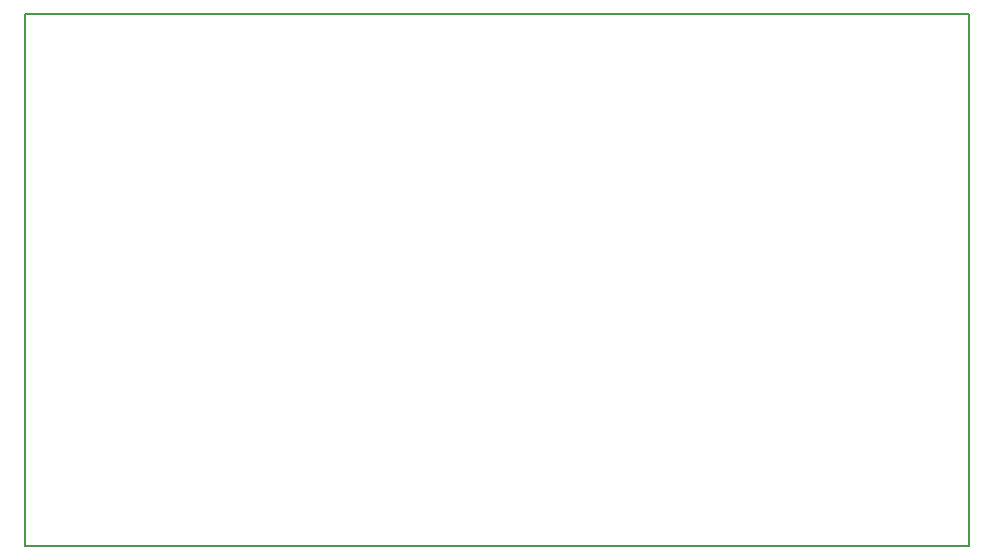
<source format=gbr>
G04 #@! TF.GenerationSoftware,KiCad,Pcbnew,8.0.1-rc1*
G04 #@! TF.CreationDate,2024-04-28T10:37:14-05:00*
G04 #@! TF.ProjectId,Stopwatch,53746f70-7761-4746-9368-2e6b69636164,rev?*
G04 #@! TF.SameCoordinates,Original*
G04 #@! TF.FileFunction,Profile,NP*
%FSLAX46Y46*%
G04 Gerber Fmt 4.6, Leading zero omitted, Abs format (unit mm)*
G04 Created by KiCad (PCBNEW 8.0.1-rc1) date 2024-04-28 10:37:14*
%MOMM*%
%LPD*%
G01*
G04 APERTURE LIST*
G04 #@! TA.AperFunction,Profile*
%ADD10C,0.150000*%
G04 #@! TD*
G04 APERTURE END LIST*
D10*
X85496400Y-81229200D02*
X85496400Y-126229200D01*
X165496400Y-126229200D02*
X165496400Y-81229200D01*
X165496400Y-81229200D02*
X85496400Y-81229200D01*
X85496400Y-126229200D02*
X165496400Y-126229200D01*
M02*

</source>
